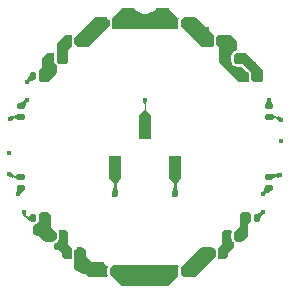
<source format=gbr>
%TF.GenerationSoftware,KiCad,Pcbnew,8.0.2-1*%
%TF.CreationDate,2025-01-26T22:20:59-08:00*%
%TF.ProjectId,Small_Pendant,536d616c-6c5f-4506-956e-64616e742e6b,rev?*%
%TF.SameCoordinates,Original*%
%TF.FileFunction,Copper,L4,Bot*%
%TF.FilePolarity,Positive*%
%FSLAX46Y46*%
G04 Gerber Fmt 4.6, Leading zero omitted, Abs format (unit mm)*
G04 Created by KiCad (PCBNEW 8.0.2-1) date 2025-01-26 22:20:59*
%MOMM*%
%LPD*%
G01*
G04 APERTURE LIST*
G04 Aperture macros list*
%AMRoundRect*
0 Rectangle with rounded corners*
0 $1 Rounding radius*
0 $2 $3 $4 $5 $6 $7 $8 $9 X,Y pos of 4 corners*
0 Add a 4 corners polygon primitive as box body*
4,1,4,$2,$3,$4,$5,$6,$7,$8,$9,$2,$3,0*
0 Add four circle primitives for the rounded corners*
1,1,$1+$1,$2,$3*
1,1,$1+$1,$4,$5*
1,1,$1+$1,$6,$7*
1,1,$1+$1,$8,$9*
0 Add four rect primitives between the rounded corners*
20,1,$1+$1,$2,$3,$4,$5,0*
20,1,$1+$1,$4,$5,$6,$7,0*
20,1,$1+$1,$6,$7,$8,$9,0*
20,1,$1+$1,$8,$9,$2,$3,0*%
G04 Aperture macros list end*
%TA.AperFunction,SMDPad,CuDef*%
%ADD10RoundRect,0.140000X-0.140000X-0.170000X0.140000X-0.170000X0.140000X0.170000X-0.140000X0.170000X0*%
%TD*%
%TA.AperFunction,SMDPad,CuDef*%
%ADD11R,1.000000X1.900000*%
%TD*%
%TA.AperFunction,SMDPad,CuDef*%
%ADD12RoundRect,0.140000X0.140000X0.170000X-0.140000X0.170000X-0.140000X-0.170000X0.140000X-0.170000X0*%
%TD*%
%TA.AperFunction,SMDPad,CuDef*%
%ADD13RoundRect,0.140000X0.170000X-0.140000X0.170000X0.140000X-0.170000X0.140000X-0.170000X-0.140000X0*%
%TD*%
%TA.AperFunction,ViaPad*%
%ADD14C,0.400000*%
%TD*%
%TA.AperFunction,ViaPad*%
%ADD15C,0.600000*%
%TD*%
%TA.AperFunction,Conductor*%
%ADD16C,0.250000*%
%TD*%
%TA.AperFunction,Conductor*%
%ADD17C,0.200000*%
%TD*%
%TA.AperFunction,Conductor*%
%ADD18C,0.100000*%
%TD*%
G04 APERTURE END LIST*
D10*
%TO.P,C18,1*%
%TO.N,+5V*%
X57020000Y-42500000D03*
%TO.P,C18,2*%
%TO.N,Earth*%
X57980000Y-42500000D03*
%TD*%
D11*
%TO.P,J1,1,Pin_1*%
%TO.N,Earth*%
X47460000Y-51650000D03*
%TO.P,J1,2,Pin_2*%
%TO.N,DATA_IN*%
X50000000Y-48350000D03*
%TO.P,J1,3,Pin_3*%
%TO.N,+5V*%
X52540000Y-51650000D03*
%TD*%
D10*
%TO.P,C17,1*%
%TO.N,+5V*%
X58520000Y-44000000D03*
%TO.P,C17,2*%
%TO.N,Earth*%
X59480000Y-44000000D03*
%TD*%
%TO.P,C4,1*%
%TO.N,+5V*%
X40520000Y-44000000D03*
%TO.P,C4,2*%
%TO.N,Earth*%
X41480000Y-44000000D03*
%TD*%
D12*
%TO.P,C1,1*%
%TO.N,+5V*%
X47480000Y-39500000D03*
%TO.P,C1,2*%
%TO.N,Earth*%
X46520000Y-39500000D03*
%TD*%
D13*
%TO.P,C5,1*%
%TO.N,+5V*%
X39500000Y-47480000D03*
%TO.P,C5,2*%
%TO.N,Earth*%
X39500000Y-46520000D03*
%TD*%
D12*
%TO.P,C3,1*%
%TO.N,+5V*%
X42980000Y-42500000D03*
%TO.P,C3,2*%
%TO.N,Earth*%
X42020000Y-42500000D03*
%TD*%
D10*
%TO.P,C8,1*%
%TO.N,+5V*%
X42020000Y-57500000D03*
%TO.P,C8,2*%
%TO.N,Earth*%
X42980000Y-57500000D03*
%TD*%
%TO.P,C14,1*%
%TO.N,+5V*%
X58520000Y-56000000D03*
%TO.P,C14,2*%
%TO.N,Earth*%
X59480000Y-56000000D03*
%TD*%
%TO.P,C12,1*%
%TO.N,+5V*%
X55520000Y-59000000D03*
%TO.P,C12,2*%
%TO.N,Earth*%
X56480000Y-59000000D03*
%TD*%
D12*
%TO.P,C11,1*%
%TO.N,+5V*%
X53480000Y-60500000D03*
%TO.P,C11,2*%
%TO.N,Earth*%
X52520000Y-60500000D03*
%TD*%
D13*
%TO.P,C16,1*%
%TO.N,+5V*%
X60500000Y-47480000D03*
%TO.P,C16,2*%
%TO.N,Earth*%
X60500000Y-46520000D03*
%TD*%
D10*
%TO.P,C20,1*%
%TO.N,+5V*%
X52520000Y-39500000D03*
%TO.P,C20,2*%
%TO.N,Earth*%
X53480000Y-39500000D03*
%TD*%
D12*
%TO.P,C9,1*%
%TO.N,+5V*%
X44480000Y-59000000D03*
%TO.P,C9,2*%
%TO.N,Earth*%
X43520000Y-59000000D03*
%TD*%
D10*
%TO.P,C2,1*%
%TO.N,+5V*%
X43520000Y-41000000D03*
%TO.P,C2,2*%
%TO.N,Earth*%
X44480000Y-41000000D03*
%TD*%
D12*
%TO.P,C13,1*%
%TO.N,+5V*%
X57980000Y-57500000D03*
%TO.P,C13,2*%
%TO.N,Earth*%
X57020000Y-57500000D03*
%TD*%
D13*
%TO.P,C15,1*%
%TO.N,+5V*%
X60500000Y-53480000D03*
%TO.P,C15,2*%
%TO.N,Earth*%
X60500000Y-52520000D03*
%TD*%
D10*
%TO.P,C10,1*%
%TO.N,+5V*%
X46520000Y-60500000D03*
%TO.P,C10,2*%
%TO.N,Earth*%
X47480000Y-60500000D03*
%TD*%
D12*
%TO.P,C7,1*%
%TO.N,+5V*%
X41480000Y-56000000D03*
%TO.P,C7,2*%
%TO.N,Earth*%
X40520000Y-56000000D03*
%TD*%
%TO.P,C19,1*%
%TO.N,+5V*%
X56480000Y-41000000D03*
%TO.P,C19,2*%
%TO.N,Earth*%
X55520000Y-41000000D03*
%TD*%
D13*
%TO.P,C6,1*%
%TO.N,+5V*%
X39500000Y-53480000D03*
%TO.P,C6,2*%
%TO.N,Earth*%
X39500000Y-52520000D03*
%TD*%
D14*
%TO.N,+5V*%
X38600000Y-47600000D03*
X40750000Y-57000000D03*
X54000000Y-60000000D03*
X57500000Y-41500000D03*
X58500000Y-57000000D03*
X44250000Y-60000000D03*
X45750000Y-60000000D03*
X61500000Y-47750000D03*
X48500000Y-38500000D03*
X40000000Y-44500000D03*
X38500000Y-50500000D03*
X60000000Y-54000000D03*
X51500000Y-38500000D03*
X43000000Y-41500000D03*
X39250000Y-54000000D03*
D15*
X52540000Y-54000000D03*
D14*
%TO.N,DATA_IN*%
X50000000Y-46000000D03*
%TO.N,Earth*%
X54000000Y-40000000D03*
X59250000Y-43000000D03*
X60000000Y-55500000D03*
X60500000Y-46000000D03*
X50000000Y-61500000D03*
X55250000Y-40000000D03*
X42500000Y-58400000D03*
X46000000Y-40000000D03*
X48500000Y-61500000D03*
X38500000Y-52250000D03*
X57000000Y-58500000D03*
X39750000Y-55500000D03*
X41500000Y-43000000D03*
X51750000Y-61500000D03*
X40000000Y-46000000D03*
X61500000Y-49500000D03*
X61400000Y-52400000D03*
D15*
X47460000Y-54000000D03*
%TD*%
D16*
%TO.N,+5V*%
X52540000Y-54000000D02*
X52540000Y-51650000D01*
D17*
X39250000Y-54000000D02*
X39404540Y-53845459D01*
X61365000Y-47615000D02*
X61500000Y-47750000D01*
X61039081Y-47480000D02*
X60500000Y-47480000D01*
X40000000Y-44500000D02*
X40492928Y-44007071D01*
X38804852Y-47480000D02*
X39500000Y-47480000D01*
X38660000Y-47540000D02*
X38600000Y-47600000D01*
X60000000Y-54000000D02*
X60492928Y-53507071D01*
X61365000Y-47615000D02*
G75*
G03*
X61039081Y-47480008I-325900J-325900D01*
G01*
X38660000Y-47540000D02*
G75*
G02*
X38804852Y-47480022I144800J-144800D01*
G01*
X39404540Y-53845459D02*
G75*
G03*
X39500005Y-53615000I-230440J230459D01*
G01*
D18*
%TO.N,DATA_IN*%
X50000000Y-46000000D02*
X50000000Y-48350000D01*
D17*
%TO.N,Earth*%
X40176776Y-56000000D02*
X40520000Y-56000000D01*
X39992928Y-46027071D02*
X39500000Y-46520000D01*
D16*
X47460000Y-54000000D02*
X47460000Y-51650000D01*
D17*
X39875000Y-55875000D02*
X39838388Y-55838388D01*
X38960918Y-52520000D02*
X39500000Y-52520000D01*
X60500000Y-46000000D02*
X60500000Y-46520000D01*
X61400000Y-52400000D02*
X60704852Y-52400000D01*
X60000000Y-55500000D02*
X59507071Y-55992928D01*
X40000000Y-46000000D02*
X40000000Y-46010000D01*
X38635000Y-52385000D02*
X38500000Y-52250000D01*
X39750000Y-55500000D02*
X39750000Y-55625000D01*
X39875000Y-55875000D02*
G75*
G03*
X40176776Y-56000010I301800J301800D01*
G01*
X38635000Y-52385000D02*
G75*
G03*
X38960918Y-52519992I325900J325900D01*
G01*
X39992928Y-46027071D02*
G75*
G03*
X40000012Y-46010000I-17028J17071D01*
G01*
X39750000Y-55625000D02*
G75*
G03*
X39838383Y-55838393I301800J0D01*
G01*
%TD*%
%TA.AperFunction,Conductor*%
%TO.N,+5V*%
G36*
X40250038Y-43884564D02*
G01*
X40515390Y-43997039D01*
X40521669Y-44003422D01*
X40522151Y-44004885D01*
X40598408Y-44300231D01*
X40597159Y-44309098D01*
X40591640Y-44313931D01*
X40140958Y-44504650D01*
X40132003Y-44504718D01*
X40128125Y-44502148D01*
X39998289Y-44372312D01*
X39994862Y-44364039D01*
X39996136Y-44358730D01*
X40235048Y-43890022D01*
X40241858Y-43884208D01*
X40250038Y-43884564D01*
G37*
%TD.AperFunction*%
%TD*%
%TA.AperFunction,Conductor*%
%TO.N,Earth*%
G36*
X60675411Y-46072607D02*
G01*
X60681713Y-46078967D01*
X60682201Y-46086361D01*
X60602289Y-46391266D01*
X60596876Y-46398400D01*
X60590971Y-46400000D01*
X60409029Y-46400000D01*
X60400756Y-46396573D01*
X60397711Y-46391266D01*
X60389856Y-46361298D01*
X60317798Y-46086359D01*
X60319016Y-46077490D01*
X60324586Y-46072608D01*
X60495474Y-46000898D01*
X60504428Y-46000858D01*
X60675411Y-46072607D01*
G37*
%TD.AperFunction*%
%TD*%
%TA.AperFunction,Conductor*%
%TO.N,Earth*%
G36*
X54265677Y-39019685D02*
G01*
X54286319Y-39036319D01*
X55794589Y-40544589D01*
X55828074Y-40605912D01*
X55823510Y-40669723D01*
X55824725Y-40670080D01*
X55803326Y-40742956D01*
X55803324Y-40742963D01*
X55794999Y-40800864D01*
X55794999Y-41199147D01*
X55796177Y-41221132D01*
X55799010Y-41247466D01*
X55799010Y-41247468D01*
X55799011Y-41247471D01*
X55822970Y-41323981D01*
X55822971Y-41323983D01*
X55824791Y-41329794D01*
X55822304Y-41330572D01*
X55829070Y-41388738D01*
X55798339Y-41451487D01*
X55794540Y-41455459D01*
X55786324Y-41463676D01*
X55725002Y-41497165D01*
X55698637Y-41500000D01*
X54801362Y-41500000D01*
X54734323Y-41480315D01*
X54713681Y-41463681D01*
X53036818Y-39786818D01*
X53003333Y-39725495D01*
X53000499Y-39699146D01*
X53000499Y-39300861D01*
X53020184Y-39233823D01*
X53036813Y-39213186D01*
X53213681Y-39036319D01*
X53275004Y-39002834D01*
X53301362Y-39000000D01*
X54198638Y-39000000D01*
X54265677Y-39019685D01*
G37*
%TD.AperFunction*%
%TD*%
%TA.AperFunction,Conductor*%
%TO.N,Earth*%
G36*
X42237539Y-42019685D02*
G01*
X42283294Y-42072489D01*
X42294500Y-42124000D01*
X42294500Y-42278402D01*
X42294611Y-42285211D01*
X42294909Y-42294287D01*
X42294887Y-42294287D01*
X42294999Y-42298822D01*
X42294999Y-42699147D01*
X42296177Y-42721132D01*
X42299010Y-42747466D01*
X42299010Y-42747468D01*
X42322971Y-42823983D01*
X42356457Y-42885307D01*
X42391497Y-42932114D01*
X42391501Y-42932118D01*
X42391508Y-42932128D01*
X42391515Y-42932135D01*
X42463681Y-43004301D01*
X42497166Y-43065624D01*
X42500000Y-43091982D01*
X42500000Y-43698638D01*
X42480315Y-43765677D01*
X42463681Y-43786319D01*
X41786319Y-44463681D01*
X41724996Y-44497166D01*
X41698638Y-44500000D01*
X41301362Y-44500000D01*
X41234323Y-44480315D01*
X41213681Y-44463681D01*
X41036818Y-44286818D01*
X41003333Y-44225495D01*
X41000499Y-44199146D01*
X41000499Y-43790100D01*
X41000499Y-43790098D01*
X41000266Y-43786545D01*
X41000000Y-43778432D01*
X41000000Y-43551362D01*
X41019685Y-43484323D01*
X41036319Y-43463681D01*
X41250000Y-43250000D01*
X41250000Y-42551362D01*
X41269685Y-42484323D01*
X41286319Y-42463681D01*
X41713681Y-42036319D01*
X41775004Y-42002834D01*
X41801362Y-42000000D01*
X42170500Y-42000000D01*
X42237539Y-42019685D01*
G37*
%TD.AperFunction*%
%TD*%
%TA.AperFunction,Conductor*%
%TO.N,Earth*%
G36*
X39825040Y-45927476D02*
G01*
X39996162Y-45997435D01*
X40002523Y-46003738D01*
X40002564Y-46003837D01*
X40072844Y-46175743D01*
X40072803Y-46184698D01*
X40068314Y-46190030D01*
X39807781Y-46356500D01*
X39798964Y-46358067D01*
X39793208Y-46354914D01*
X39664541Y-46226247D01*
X39661114Y-46217974D01*
X39662469Y-46212510D01*
X39810269Y-45932837D01*
X39817163Y-45927126D01*
X39825040Y-45927476D01*
G37*
%TD.AperFunction*%
%TD*%
%TA.AperFunction,Conductor*%
%TO.N,DATA_IN*%
G36*
X50004459Y-46000871D02*
G01*
X50167543Y-46069305D01*
X50174014Y-46072021D01*
X50180317Y-46078383D01*
X50180287Y-46087310D01*
X50053000Y-46392800D01*
X50046655Y-46399119D01*
X50042200Y-46400000D01*
X49957800Y-46400000D01*
X49949527Y-46396573D01*
X49947000Y-46392800D01*
X49819711Y-46087308D01*
X49819693Y-46078355D01*
X49825984Y-46072021D01*
X49995474Y-46000898D01*
X50004427Y-46000858D01*
X50004459Y-46000871D01*
G37*
%TD.AperFunction*%
%TD*%
%TA.AperFunction,Conductor*%
%TO.N,+5V*%
G36*
X39506194Y-53487676D02*
G01*
X39598132Y-53628138D01*
X39677133Y-53748833D01*
X39678797Y-53757632D01*
X39674935Y-53764144D01*
X39359826Y-54032807D01*
X39351307Y-54035567D01*
X39343963Y-54032177D01*
X39213261Y-53901476D01*
X39209867Y-53894052D01*
X39190589Y-53628135D01*
X39193408Y-53619639D01*
X39197428Y-53616636D01*
X39491580Y-53483425D01*
X39500528Y-53483135D01*
X39506194Y-53487676D01*
G37*
%TD.AperFunction*%
%TD*%
%TA.AperFunction,Conductor*%
%TO.N,Earth*%
G36*
X57265677Y-57019685D02*
G01*
X57286319Y-57036319D01*
X57294589Y-57044589D01*
X57328074Y-57105912D01*
X57323510Y-57169723D01*
X57324725Y-57170080D01*
X57303326Y-57242956D01*
X57303324Y-57242963D01*
X57294999Y-57300864D01*
X57294999Y-57699147D01*
X57296177Y-57721132D01*
X57299010Y-57747466D01*
X57299010Y-57747468D01*
X57322971Y-57823983D01*
X57356457Y-57885307D01*
X57391497Y-57932114D01*
X57391501Y-57932118D01*
X57391508Y-57932128D01*
X57391515Y-57932135D01*
X57463681Y-58004301D01*
X57497166Y-58065624D01*
X57500000Y-58091982D01*
X57500000Y-58448638D01*
X57480315Y-58515677D01*
X57463681Y-58536319D01*
X57000000Y-58999999D01*
X57000000Y-59198638D01*
X56980315Y-59265677D01*
X56963681Y-59286319D01*
X56786319Y-59463681D01*
X56724996Y-59497166D01*
X56698638Y-59500000D01*
X56301362Y-59500000D01*
X56234323Y-59480315D01*
X56213681Y-59463681D01*
X56205409Y-59455409D01*
X56171924Y-59394086D01*
X56176487Y-59330275D01*
X56175274Y-59329919D01*
X56196673Y-59257042D01*
X56196673Y-59257041D01*
X56196675Y-59257035D01*
X56205000Y-59199137D01*
X56205000Y-58800862D01*
X56203822Y-58778893D01*
X56200988Y-58752535D01*
X56177029Y-58676018D01*
X56177028Y-58676017D01*
X56175209Y-58670206D01*
X56177700Y-58669425D01*
X56170923Y-58611294D01*
X56201636Y-58548536D01*
X56205398Y-58544601D01*
X56500000Y-58250000D01*
X56500000Y-57301362D01*
X56519685Y-57234323D01*
X56536319Y-57213681D01*
X56713681Y-57036319D01*
X56775004Y-57002834D01*
X56801362Y-57000000D01*
X57198638Y-57000000D01*
X57265677Y-57019685D01*
G37*
%TD.AperFunction*%
%TD*%
%TA.AperFunction,Conductor*%
%TO.N,Earth*%
G36*
X47465445Y-51663786D02*
G01*
X47470356Y-51668697D01*
X47956557Y-52593452D01*
X47957374Y-52602370D01*
X47955561Y-52605917D01*
X47588510Y-53095320D01*
X47580805Y-53099882D01*
X47579150Y-53100000D01*
X47340850Y-53100000D01*
X47332577Y-53096573D01*
X47331490Y-53095320D01*
X46964438Y-52605917D01*
X46962216Y-52597242D01*
X46963440Y-52593455D01*
X47449644Y-51668696D01*
X47456527Y-51662969D01*
X47465445Y-51663786D01*
G37*
%TD.AperFunction*%
%TD*%
%TA.AperFunction,Conductor*%
%TO.N,Earth*%
G36*
X38647938Y-52118593D02*
G01*
X38649325Y-52120282D01*
X38833993Y-52393722D01*
X38835783Y-52402496D01*
X38835598Y-52403298D01*
X38788729Y-52578235D01*
X38783278Y-52585339D01*
X38774400Y-52586508D01*
X38772781Y-52585945D01*
X38433980Y-52439327D01*
X38427749Y-52432896D01*
X38427795Y-52424166D01*
X38498135Y-52251944D01*
X38500723Y-52248067D01*
X38631393Y-52118520D01*
X38639679Y-52115130D01*
X38647938Y-52118593D01*
G37*
%TD.AperFunction*%
%TD*%
%TA.AperFunction,Conductor*%
%TO.N,Earth*%
G36*
X52765677Y-60019685D02*
G01*
X52786319Y-60036319D01*
X52794589Y-60044589D01*
X52828074Y-60105912D01*
X52823510Y-60169723D01*
X52824725Y-60170080D01*
X52823009Y-60175925D01*
X52803324Y-60242963D01*
X52796547Y-60290099D01*
X52794999Y-60300862D01*
X52794999Y-60699147D01*
X52796177Y-60721132D01*
X52799010Y-60747466D01*
X52799010Y-60747468D01*
X52799011Y-60747471D01*
X52822970Y-60823981D01*
X52822971Y-60823983D01*
X52824791Y-60829794D01*
X52822304Y-60830572D01*
X52829070Y-60888738D01*
X52798339Y-60951487D01*
X52794534Y-60955464D01*
X52036319Y-61713681D01*
X51974996Y-61747166D01*
X51948638Y-61750000D01*
X48051362Y-61750000D01*
X47984323Y-61730315D01*
X47963681Y-61713681D01*
X47036818Y-60786818D01*
X47003333Y-60725495D01*
X47000499Y-60699146D01*
X47000499Y-60300861D01*
X47020184Y-60233823D01*
X47036813Y-60213186D01*
X47213681Y-60036319D01*
X47275004Y-60002834D01*
X47301362Y-60000000D01*
X52698638Y-60000000D01*
X52765677Y-60019685D01*
G37*
%TD.AperFunction*%
%TD*%
%TA.AperFunction,Conductor*%
%TO.N,+5V*%
G36*
X60495115Y-53477849D02*
G01*
X60502268Y-53483234D01*
X60502961Y-53484610D01*
X60615435Y-53749961D01*
X60615509Y-53758915D01*
X60609976Y-53764951D01*
X60141273Y-54003861D01*
X60132346Y-54004565D01*
X60127687Y-54001710D01*
X59997850Y-53871874D01*
X59994423Y-53863601D01*
X59995346Y-53859046D01*
X60186069Y-53408357D01*
X60192448Y-53402076D01*
X60199768Y-53401591D01*
X60495115Y-53477849D01*
G37*
%TD.AperFunction*%
%TD*%
%TA.AperFunction,Conductor*%
%TO.N,Earth*%
G36*
X43265677Y-57019685D02*
G01*
X43286319Y-57036319D01*
X43463681Y-57213681D01*
X43497166Y-57275004D01*
X43500000Y-57301362D01*
X43500000Y-58250000D01*
X43794588Y-58544588D01*
X43828073Y-58605911D01*
X43823509Y-58669726D01*
X43824723Y-58670083D01*
X43803324Y-58742960D01*
X43803321Y-58742972D01*
X43794999Y-58800861D01*
X43794999Y-59201205D01*
X43794887Y-59205794D01*
X43794907Y-59205795D01*
X43794608Y-59214915D01*
X43794500Y-59221564D01*
X43794500Y-59376000D01*
X43774815Y-59443039D01*
X43722011Y-59488794D01*
X43670500Y-59500000D01*
X43301362Y-59500000D01*
X43234323Y-59480315D01*
X43213681Y-59463681D01*
X43036319Y-59286319D01*
X43002834Y-59224996D01*
X43000000Y-59198638D01*
X43000000Y-59000000D01*
X42750000Y-58750000D01*
X42551362Y-58750000D01*
X42484323Y-58730315D01*
X42463681Y-58713681D01*
X42286319Y-58536319D01*
X42252834Y-58474996D01*
X42250000Y-58448638D01*
X42250000Y-58311770D01*
X42269685Y-58244731D01*
X42287276Y-58223142D01*
X42292218Y-58218305D01*
X42334793Y-58176648D01*
X42362079Y-58156453D01*
X42384805Y-58144044D01*
X42431630Y-58108991D01*
X42608492Y-57932128D01*
X42623193Y-57915761D01*
X42639827Y-57895119D01*
X42676990Y-57824074D01*
X42696675Y-57757035D01*
X42705000Y-57699137D01*
X42705000Y-57300862D01*
X42703822Y-57278893D01*
X42700988Y-57252535D01*
X42677029Y-57176018D01*
X42677028Y-57176017D01*
X42675209Y-57170206D01*
X42677709Y-57169423D01*
X42670915Y-57111342D01*
X42701604Y-57048573D01*
X42705430Y-57044569D01*
X42713692Y-57036308D01*
X42775020Y-57002831D01*
X42801363Y-57000000D01*
X43198638Y-57000000D01*
X43265677Y-57019685D01*
G37*
%TD.AperFunction*%
%TD*%
%TA.AperFunction,Conductor*%
%TO.N,Earth*%
G36*
X46765677Y-39019685D02*
G01*
X46786319Y-39036319D01*
X46963181Y-39213181D01*
X46996666Y-39274504D01*
X46999500Y-39300862D01*
X46999500Y-39699137D01*
X46979815Y-39766176D01*
X46963181Y-39786818D01*
X45286319Y-41463681D01*
X45224996Y-41497166D01*
X45198638Y-41500000D01*
X44301362Y-41500000D01*
X44234323Y-41480315D01*
X44213681Y-41463681D01*
X44036818Y-41286818D01*
X44003333Y-41225495D01*
X44000499Y-41199146D01*
X44000499Y-40800861D01*
X44020184Y-40733823D01*
X44036813Y-40713186D01*
X45713681Y-39036319D01*
X45775004Y-39002834D01*
X45801362Y-39000000D01*
X46698638Y-39000000D01*
X46765677Y-39019685D01*
G37*
%TD.AperFunction*%
%TD*%
%TA.AperFunction,Conductor*%
%TO.N,DATA_IN*%
G36*
X50053062Y-46903427D02*
G01*
X50053486Y-46903873D01*
X50494548Y-47393942D01*
X50497535Y-47402384D01*
X50496207Y-47407214D01*
X50010356Y-48331302D01*
X50003473Y-48337030D01*
X49994555Y-48336213D01*
X49989644Y-48331302D01*
X49817345Y-48003590D01*
X49503791Y-47407212D01*
X49502975Y-47398296D01*
X49505448Y-47393945D01*
X49946514Y-46903872D01*
X49954596Y-46900016D01*
X49955211Y-46900000D01*
X50044789Y-46900000D01*
X50053062Y-46903427D01*
G37*
%TD.AperFunction*%
%TD*%
%TA.AperFunction,Conductor*%
%TO.N,+5V*%
G36*
X52545445Y-51663786D02*
G01*
X52550356Y-51668697D01*
X53036557Y-52593452D01*
X53037374Y-52602370D01*
X53035561Y-52605917D01*
X52668510Y-53095320D01*
X52660805Y-53099882D01*
X52659150Y-53100000D01*
X52420850Y-53100000D01*
X52412577Y-53096573D01*
X52411490Y-53095320D01*
X52044438Y-52605917D01*
X52042216Y-52597242D01*
X52043440Y-52593455D01*
X52529644Y-51668696D01*
X52536527Y-51662969D01*
X52545445Y-51663786D01*
G37*
%TD.AperFunction*%
%TD*%
%TA.AperFunction,Conductor*%
%TO.N,+5V*%
G36*
X60218514Y-53652830D02*
G01*
X60347168Y-53781485D01*
X60350595Y-53789758D01*
X60348995Y-53795663D01*
X60189902Y-54067768D01*
X60182768Y-54073181D01*
X60175374Y-54072693D01*
X60003837Y-54002564D01*
X59997476Y-53996261D01*
X59997435Y-53996162D01*
X59927306Y-53824625D01*
X59927347Y-53815670D01*
X59932229Y-53810098D01*
X60204339Y-53651002D01*
X60213207Y-53649785D01*
X60218514Y-53652830D01*
G37*
%TD.AperFunction*%
%TD*%
%TA.AperFunction,Conductor*%
%TO.N,+5V*%
G36*
X49067315Y-38269685D02*
G01*
X49099229Y-38299272D01*
X49103697Y-38305189D01*
X49109020Y-38312238D01*
X49273437Y-38462123D01*
X49273439Y-38462125D01*
X49462595Y-38579245D01*
X49462596Y-38579245D01*
X49462599Y-38579247D01*
X49670060Y-38659618D01*
X49888757Y-38700500D01*
X49888759Y-38700500D01*
X50111241Y-38700500D01*
X50111243Y-38700500D01*
X50329940Y-38659618D01*
X50537401Y-38579247D01*
X50726562Y-38462124D01*
X50890981Y-38312236D01*
X50900769Y-38299273D01*
X50956877Y-38257638D01*
X50999724Y-38250000D01*
X51948638Y-38250000D01*
X52015677Y-38269685D01*
X52036319Y-38286319D01*
X52794589Y-39044589D01*
X52828074Y-39105912D01*
X52823510Y-39169723D01*
X52824725Y-39170080D01*
X52806209Y-39233139D01*
X52803324Y-39242963D01*
X52798160Y-39278881D01*
X52794999Y-39300864D01*
X52794999Y-39699147D01*
X52796177Y-39721132D01*
X52799010Y-39747466D01*
X52799010Y-39747468D01*
X52799011Y-39747471D01*
X52822970Y-39823981D01*
X52822971Y-39823983D01*
X52824791Y-39829794D01*
X52822304Y-39830572D01*
X52829070Y-39888738D01*
X52798339Y-39951487D01*
X52794540Y-39955459D01*
X52786324Y-39963676D01*
X52725002Y-39997165D01*
X52698637Y-40000000D01*
X47301362Y-40000000D01*
X47234323Y-39980315D01*
X47213681Y-39963681D01*
X47205409Y-39955409D01*
X47171924Y-39894086D01*
X47176487Y-39830275D01*
X47175274Y-39829919D01*
X47196673Y-39757042D01*
X47196673Y-39757041D01*
X47196675Y-39757035D01*
X47205000Y-39699137D01*
X47205000Y-39300862D01*
X47203822Y-39278893D01*
X47200988Y-39252535D01*
X47177029Y-39176018D01*
X47177028Y-39176017D01*
X47175209Y-39170206D01*
X47177700Y-39169425D01*
X47170923Y-39111294D01*
X47201636Y-39048536D01*
X47205420Y-39044580D01*
X47963681Y-38286319D01*
X48025004Y-38252834D01*
X48051362Y-38250000D01*
X49000276Y-38250000D01*
X49067315Y-38269685D01*
G37*
%TD.AperFunction*%
%TD*%
%TA.AperFunction,Conductor*%
%TO.N,Earth*%
G36*
X39937789Y-55499956D02*
G01*
X39946048Y-55503412D01*
X39949446Y-55511697D01*
X39949433Y-55512199D01*
X39936512Y-55790355D01*
X39933098Y-55798085D01*
X39805180Y-55926003D01*
X39796907Y-55929430D01*
X39788634Y-55926003D01*
X39787045Y-55924025D01*
X39572698Y-55588245D01*
X39571135Y-55579428D01*
X39576265Y-55572088D01*
X39578025Y-55571164D01*
X39747104Y-55500211D01*
X39751668Y-55499301D01*
X39937789Y-55499956D01*
G37*
%TD.AperFunction*%
%TD*%
%TA.AperFunction,Conductor*%
%TO.N,+5V*%
G36*
X60731972Y-47215133D02*
G01*
X61034922Y-47376639D01*
X61040610Y-47383554D01*
X61041115Y-47387219D01*
X61037038Y-47573173D01*
X61033431Y-47581370D01*
X61030905Y-47583209D01*
X60731996Y-47744791D01*
X60723088Y-47745711D01*
X60717446Y-47741991D01*
X60505248Y-47487472D01*
X60502582Y-47478923D01*
X60505248Y-47472487D01*
X60579405Y-47383554D01*
X60717483Y-47217963D01*
X60725412Y-47213805D01*
X60731972Y-47215133D01*
G37*
%TD.AperFunction*%
%TD*%
%TA.AperFunction,Conductor*%
%TO.N,+5V*%
G36*
X39394533Y-53681543D02*
G01*
X39569786Y-53728504D01*
X39576891Y-53733955D01*
X39578059Y-53742833D01*
X39577507Y-53744425D01*
X39439312Y-54065981D01*
X39432897Y-54072229D01*
X39424139Y-54072192D01*
X39254279Y-54002818D01*
X39247916Y-53996518D01*
X39247880Y-53996432D01*
X39177215Y-53824361D01*
X39177242Y-53815406D01*
X39181841Y-53809993D01*
X39385351Y-53682929D01*
X39394180Y-53681455D01*
X39394533Y-53681543D01*
G37*
%TD.AperFunction*%
%TD*%
%TA.AperFunction,Conductor*%
%TO.N,+5V*%
G36*
X41765677Y-55519685D02*
G01*
X41786319Y-55536319D01*
X41963681Y-55713681D01*
X41997166Y-55775004D01*
X42000000Y-55801362D01*
X42000000Y-56750000D01*
X42463181Y-57213181D01*
X42496666Y-57274504D01*
X42499500Y-57300862D01*
X42499500Y-57699137D01*
X42479815Y-57766176D01*
X42463181Y-57786818D01*
X42286319Y-57963681D01*
X42224996Y-57997166D01*
X42198638Y-58000000D01*
X41551362Y-58000000D01*
X41484323Y-57980315D01*
X41463681Y-57963681D01*
X41000000Y-57500000D01*
X40801362Y-57500000D01*
X40734323Y-57480315D01*
X40713681Y-57463681D01*
X40536319Y-57286319D01*
X40502834Y-57224996D01*
X40500000Y-57198638D01*
X40500000Y-56801361D01*
X40519685Y-56734322D01*
X40536314Y-56713685D01*
X40727549Y-56522450D01*
X40762817Y-56497756D01*
X40858316Y-56453224D01*
X40943224Y-56368316D01*
X40987752Y-56272825D01*
X40994588Y-56263063D01*
X41000000Y-56250001D01*
X41000000Y-56221590D01*
X41000265Y-56213481D01*
X41000497Y-56209921D01*
X41000500Y-56209901D01*
X41000499Y-55800861D01*
X41020183Y-55733823D01*
X41036813Y-55713186D01*
X41213681Y-55536319D01*
X41275004Y-55502834D01*
X41301362Y-55500000D01*
X41698638Y-55500000D01*
X41765677Y-55519685D01*
G37*
%TD.AperFunction*%
%TD*%
%TA.AperFunction,Conductor*%
%TO.N,+5V*%
G36*
X57265677Y-40519685D02*
G01*
X57286319Y-40536319D01*
X57713681Y-40963681D01*
X57747166Y-41025004D01*
X57750000Y-41051362D01*
X57750000Y-41709205D01*
X57730315Y-41776244D01*
X57681373Y-41818652D01*
X57681864Y-41819551D01*
X57677732Y-41821806D01*
X57677511Y-41821999D01*
X57676835Y-41822296D01*
X57615200Y-41855952D01*
X57615192Y-41855957D01*
X57568378Y-41891001D01*
X57568360Y-41891017D01*
X57391516Y-42067861D01*
X57391469Y-42067911D01*
X57376811Y-42084229D01*
X57376803Y-42084239D01*
X57360166Y-42104886D01*
X57360165Y-42104888D01*
X57323008Y-42175926D01*
X57303326Y-42242956D01*
X57303324Y-42242963D01*
X57294999Y-42300864D01*
X57294999Y-42699147D01*
X57296177Y-42721132D01*
X57299010Y-42747466D01*
X57299010Y-42747468D01*
X57322971Y-42823983D01*
X57356457Y-42885307D01*
X57391497Y-42932114D01*
X57391501Y-42932118D01*
X57391508Y-42932128D01*
X57391515Y-42932135D01*
X57568365Y-43108986D01*
X57568366Y-43108987D01*
X57584716Y-43123674D01*
X57584730Y-43123686D01*
X57584738Y-43123693D01*
X57593136Y-43130460D01*
X57605379Y-43140327D01*
X57676424Y-43177490D01*
X57743456Y-43197173D01*
X57743458Y-43197173D01*
X57743464Y-43197175D01*
X57801362Y-43205500D01*
X58113518Y-43205500D01*
X58180557Y-43225185D01*
X58201199Y-43241819D01*
X58582234Y-43622854D01*
X58582242Y-43622861D01*
X58582251Y-43622869D01*
X58609661Y-43645869D01*
X58609673Y-43645879D01*
X58644949Y-43670580D01*
X58675971Y-43688491D01*
X58718815Y-43708470D01*
X58754090Y-43733170D01*
X58756828Y-43735908D01*
X58781526Y-43771178D01*
X58783378Y-43775149D01*
X58794999Y-43827560D01*
X58794999Y-44199147D01*
X58796177Y-44221132D01*
X58799010Y-44247466D01*
X58799010Y-44247468D01*
X58799011Y-44247471D01*
X58822970Y-44323981D01*
X58822971Y-44323983D01*
X58824791Y-44329794D01*
X58822304Y-44330572D01*
X58829070Y-44388738D01*
X58798339Y-44451487D01*
X58794540Y-44455459D01*
X58786324Y-44463676D01*
X58725002Y-44497165D01*
X58698637Y-44500000D01*
X58051362Y-44500000D01*
X57984323Y-44480315D01*
X57963681Y-44463681D01*
X56286319Y-42786319D01*
X56252834Y-42724996D01*
X56250000Y-42698638D01*
X56250000Y-41500000D01*
X56036818Y-41286818D01*
X56003333Y-41225495D01*
X56000499Y-41199146D01*
X56000499Y-40800861D01*
X56020184Y-40733823D01*
X56036813Y-40713186D01*
X56213681Y-40536319D01*
X56275004Y-40502834D01*
X56301362Y-40500000D01*
X57198638Y-40500000D01*
X57265677Y-40519685D01*
G37*
%TD.AperFunction*%
%TD*%
%TA.AperFunction,Conductor*%
%TO.N,Earth*%
G36*
X59871874Y-55497850D02*
G01*
X60001710Y-55627687D01*
X60005137Y-55635960D01*
X60003861Y-55641273D01*
X59764951Y-56109975D01*
X59758141Y-56115790D01*
X59749961Y-56115434D01*
X59556315Y-56033354D01*
X59484609Y-56002960D01*
X59478330Y-55996578D01*
X59477852Y-55995126D01*
X59401591Y-55699767D01*
X59402840Y-55690901D01*
X59408357Y-55686069D01*
X59859044Y-55495347D01*
X59867996Y-55495280D01*
X59871874Y-55497850D01*
G37*
%TD.AperFunction*%
%TD*%
%TA.AperFunction,Conductor*%
%TO.N,+5V*%
G36*
X55765677Y-58519685D02*
G01*
X55786319Y-58536319D01*
X55963181Y-58713181D01*
X55996666Y-58774504D01*
X55999500Y-58800862D01*
X55999500Y-59199137D01*
X55979815Y-59266176D01*
X55963181Y-59286818D01*
X55750000Y-59500000D01*
X54286319Y-60963681D01*
X54224996Y-60997166D01*
X54198638Y-61000000D01*
X53301362Y-61000000D01*
X53234323Y-60980315D01*
X53213681Y-60963681D01*
X53036818Y-60786818D01*
X53003333Y-60725495D01*
X53000499Y-60699146D01*
X53000499Y-60300861D01*
X53020184Y-60233823D01*
X53036813Y-60213186D01*
X53250000Y-60000000D01*
X54713681Y-58536319D01*
X54775004Y-58502834D01*
X54801362Y-58500000D01*
X55698638Y-58500000D01*
X55765677Y-58519685D01*
G37*
%TD.AperFunction*%
%TD*%
%TA.AperFunction,Conductor*%
%TO.N,+5V*%
G36*
X44765677Y-58519685D02*
G01*
X44786319Y-58536319D01*
X44963681Y-58713681D01*
X44997166Y-58775004D01*
X45000000Y-58801362D01*
X45000000Y-59250000D01*
X45500000Y-59750000D01*
X46448638Y-59750000D01*
X46515677Y-59769685D01*
X46536319Y-59786319D01*
X46794589Y-60044589D01*
X46828074Y-60105912D01*
X46823510Y-60169723D01*
X46824725Y-60170080D01*
X46803326Y-60242956D01*
X46803324Y-60242963D01*
X46794999Y-60300864D01*
X46794999Y-60699147D01*
X46796177Y-60721132D01*
X46799010Y-60747466D01*
X46799010Y-60747468D01*
X46799011Y-60747471D01*
X46822970Y-60823981D01*
X46822971Y-60823983D01*
X46824791Y-60829794D01*
X46822304Y-60830572D01*
X46829070Y-60888738D01*
X46798339Y-60951487D01*
X46794540Y-60955459D01*
X46786324Y-60963676D01*
X46725002Y-60997165D01*
X46698637Y-61000000D01*
X46250000Y-61000000D01*
X45322248Y-61000000D01*
X45270634Y-60988747D01*
X45232114Y-60971113D01*
X45196047Y-60946047D01*
X45000000Y-60750000D01*
X44776121Y-60750000D01*
X44724507Y-60738747D01*
X44713740Y-60733818D01*
X44707383Y-60730685D01*
X44242629Y-60484856D01*
X44212926Y-60462926D01*
X44036319Y-60286319D01*
X44002834Y-60224996D01*
X44000000Y-60198638D01*
X44000000Y-59221590D01*
X44000265Y-59213481D01*
X44000497Y-59209921D01*
X44000500Y-59209901D01*
X44000499Y-58800861D01*
X44020183Y-58733823D01*
X44036813Y-58713186D01*
X44213681Y-58536319D01*
X44275004Y-58502834D01*
X44301362Y-58500000D01*
X44698638Y-58500000D01*
X44765677Y-58519685D01*
G37*
%TD.AperFunction*%
%TD*%
%TA.AperFunction,Conductor*%
%TO.N,Earth*%
G36*
X58515677Y-42019685D02*
G01*
X58536319Y-42036319D01*
X59963681Y-43463681D01*
X59997166Y-43525004D01*
X60000000Y-43551362D01*
X60000000Y-44198638D01*
X59980315Y-44265677D01*
X59963681Y-44286319D01*
X59786319Y-44463681D01*
X59724996Y-44497166D01*
X59698638Y-44500000D01*
X59301362Y-44500000D01*
X59234323Y-44480315D01*
X59213681Y-44463681D01*
X59036818Y-44286818D01*
X59003333Y-44225495D01*
X59000499Y-44199146D01*
X59000499Y-43790100D01*
X59000499Y-43790098D01*
X59000266Y-43786545D01*
X59000000Y-43778432D01*
X59000000Y-43750000D01*
X58994591Y-43736944D01*
X58987754Y-43727179D01*
X58970844Y-43690916D01*
X58943224Y-43631684D01*
X58858316Y-43546776D01*
X58811626Y-43525004D01*
X58762820Y-43502245D01*
X58727544Y-43477544D01*
X58250000Y-43000000D01*
X57801362Y-43000000D01*
X57734323Y-42980315D01*
X57713681Y-42963681D01*
X57536818Y-42786818D01*
X57503333Y-42725495D01*
X57500499Y-42699146D01*
X57500499Y-42300861D01*
X57520184Y-42233823D01*
X57536813Y-42213186D01*
X57713681Y-42036319D01*
X57775004Y-42002834D01*
X57801362Y-42000000D01*
X58448638Y-42000000D01*
X58515677Y-42019685D01*
G37*
%TD.AperFunction*%
%TD*%
%TA.AperFunction,Conductor*%
%TO.N,Earth*%
G36*
X39884177Y-46006175D02*
G01*
X40013991Y-46135989D01*
X40017418Y-46144262D01*
X40016381Y-46149078D01*
X39814116Y-46596866D01*
X39807587Y-46602995D01*
X39800356Y-46603333D01*
X39504835Y-46522228D01*
X39497764Y-46516734D01*
X39497109Y-46515389D01*
X39388197Y-46250172D01*
X39388224Y-46241218D01*
X39393912Y-46235202D01*
X39870799Y-46003920D01*
X39879738Y-46003394D01*
X39884177Y-46006175D01*
G37*
%TD.AperFunction*%
%TD*%
%TA.AperFunction,Conductor*%
%TO.N,Earth*%
G36*
X39282553Y-52258008D02*
G01*
X39494751Y-52512527D01*
X39497417Y-52521076D01*
X39494751Y-52527512D01*
X39282517Y-52782035D01*
X39274587Y-52786194D01*
X39268027Y-52784866D01*
X38965076Y-52623360D01*
X38959388Y-52616445D01*
X38958883Y-52612784D01*
X38962960Y-52426823D01*
X38966567Y-52418629D01*
X38969088Y-52416793D01*
X39268005Y-52255207D01*
X39276911Y-52254288D01*
X39282553Y-52258008D01*
G37*
%TD.AperFunction*%
%TD*%
%TA.AperFunction,Conductor*%
%TO.N,Earth*%
G36*
X60601678Y-46003427D02*
G01*
X60603415Y-46005643D01*
X60774680Y-46288684D01*
X60776031Y-46297536D01*
X60771969Y-46303885D01*
X60507299Y-46515173D01*
X60498696Y-46517656D01*
X60492701Y-46515173D01*
X60228030Y-46303885D01*
X60223702Y-46296045D01*
X60225319Y-46288684D01*
X60396585Y-46005643D01*
X60403800Y-46000339D01*
X60406595Y-46000000D01*
X60593405Y-46000000D01*
X60601678Y-46003427D01*
G37*
%TD.AperFunction*%
%TD*%
%TA.AperFunction,Conductor*%
%TO.N,Earth*%
G36*
X61079955Y-52298565D02*
G01*
X61087660Y-52303127D01*
X61090000Y-52310147D01*
X61090000Y-52494346D01*
X61086573Y-52502619D01*
X61085570Y-52503513D01*
X60782701Y-52743716D01*
X60774090Y-52746172D01*
X60767952Y-52743547D01*
X60506777Y-52526464D01*
X60502605Y-52518540D01*
X60504270Y-52511369D01*
X60665986Y-52246571D01*
X60673221Y-52241298D01*
X60677623Y-52241089D01*
X61079955Y-52298565D01*
G37*
%TD.AperFunction*%
%TD*%
%TA.AperFunction,Conductor*%
%TO.N,+5V*%
G36*
X39282169Y-47217548D02*
G01*
X39401264Y-47360383D01*
X39494752Y-47472507D01*
X39497418Y-47481056D01*
X39494752Y-47487493D01*
X39282171Y-47742450D01*
X39274241Y-47746609D01*
X39268277Y-47745578D01*
X38916792Y-47583138D01*
X38910719Y-47576556D01*
X38910000Y-47572517D01*
X38910000Y-47387482D01*
X38913427Y-47379209D01*
X38916792Y-47376861D01*
X39268279Y-47214420D01*
X39277224Y-47214061D01*
X39282169Y-47217548D01*
G37*
%TD.AperFunction*%
%TD*%
%TA.AperFunction,Conductor*%
%TO.N,+5V*%
G36*
X61227212Y-47414052D02*
G01*
X61566019Y-47560672D01*
X61572250Y-47567103D01*
X61572203Y-47575834D01*
X61501866Y-47748051D01*
X61499272Y-47751936D01*
X61368607Y-47881478D01*
X61360320Y-47884869D01*
X61352061Y-47881406D01*
X61350677Y-47879721D01*
X61166006Y-47606277D01*
X61164216Y-47597503D01*
X61164401Y-47596701D01*
X61211270Y-47421764D01*
X61216721Y-47414660D01*
X61225599Y-47413491D01*
X61227212Y-47414052D01*
G37*
%TD.AperFunction*%
%TD*%
%TA.AperFunction,Conductor*%
%TO.N,Earth*%
G36*
X61322509Y-52219016D02*
G01*
X61327393Y-52224589D01*
X61399100Y-52395473D01*
X61399141Y-52404428D01*
X61399100Y-52404527D01*
X61327393Y-52575410D01*
X61321032Y-52581713D01*
X61313638Y-52582201D01*
X61008734Y-52502289D01*
X61001600Y-52496876D01*
X61000000Y-52490971D01*
X61000000Y-52309028D01*
X61003427Y-52300755D01*
X61008731Y-52297711D01*
X61313640Y-52217798D01*
X61322509Y-52219016D01*
G37*
%TD.AperFunction*%
%TD*%
%TA.AperFunction,Conductor*%
%TO.N,+5V*%
G36*
X43765677Y-40519685D02*
G01*
X43786319Y-40536319D01*
X43794589Y-40544589D01*
X43828074Y-40605912D01*
X43823510Y-40669723D01*
X43824725Y-40670080D01*
X43803326Y-40742956D01*
X43803324Y-40742963D01*
X43794999Y-40800864D01*
X43794999Y-41199147D01*
X43796177Y-41221132D01*
X43799010Y-41247466D01*
X43799010Y-41247468D01*
X43799011Y-41247471D01*
X43822970Y-41323981D01*
X43822971Y-41323983D01*
X43824791Y-41329794D01*
X43822304Y-41330572D01*
X43829070Y-41388738D01*
X43798339Y-41451487D01*
X43794535Y-41455464D01*
X43500000Y-41750000D01*
X43500000Y-42698638D01*
X43480315Y-42765677D01*
X43463681Y-42786319D01*
X43286319Y-42963681D01*
X43224996Y-42997166D01*
X43198638Y-43000000D01*
X42801362Y-43000000D01*
X42734323Y-42980315D01*
X42713681Y-42963681D01*
X42536818Y-42786818D01*
X42503333Y-42725495D01*
X42500499Y-42699146D01*
X42500499Y-42290100D01*
X42500499Y-42290098D01*
X42500266Y-42286545D01*
X42500000Y-42278432D01*
X42500000Y-41301362D01*
X42519685Y-41234323D01*
X42536319Y-41213681D01*
X43213681Y-40536319D01*
X43275004Y-40502834D01*
X43301362Y-40500000D01*
X43698638Y-40500000D01*
X43765677Y-40519685D01*
G37*
%TD.AperFunction*%
%TD*%
%TA.AperFunction,Conductor*%
%TO.N,+5V*%
G36*
X40218514Y-44152830D02*
G01*
X40347168Y-44281485D01*
X40350595Y-44289758D01*
X40348995Y-44295663D01*
X40189902Y-44567768D01*
X40182768Y-44573181D01*
X40175374Y-44572693D01*
X40003837Y-44502564D01*
X39997476Y-44496261D01*
X39997435Y-44496162D01*
X39927306Y-44324625D01*
X39927347Y-44315670D01*
X39932229Y-44310098D01*
X40204339Y-44151002D01*
X40213207Y-44149785D01*
X40218514Y-44152830D01*
G37*
%TD.AperFunction*%
%TD*%
%TA.AperFunction,Conductor*%
%TO.N,+5V*%
G36*
X52664680Y-53403427D02*
G01*
X52667571Y-53408199D01*
X52813970Y-53875012D01*
X52813176Y-53883931D01*
X52807317Y-53889309D01*
X52544511Y-53999115D01*
X52535556Y-53999142D01*
X52535489Y-53999115D01*
X52272682Y-53889309D01*
X52266370Y-53882957D01*
X52266029Y-53875013D01*
X52412429Y-53408199D01*
X52418175Y-53401330D01*
X52423593Y-53400000D01*
X52656407Y-53400000D01*
X52664680Y-53403427D01*
G37*
%TD.AperFunction*%
%TD*%
%TA.AperFunction,Conductor*%
%TO.N,Earth*%
G36*
X59824623Y-55427305D02*
G01*
X59956671Y-55481290D01*
X59996162Y-55497435D01*
X60002523Y-55503738D01*
X60002564Y-55503837D01*
X60072693Y-55675374D01*
X60072652Y-55684329D01*
X60067768Y-55689902D01*
X59795663Y-55848995D01*
X59786792Y-55850213D01*
X59781485Y-55847168D01*
X59652830Y-55718514D01*
X59649403Y-55710241D01*
X59651001Y-55704340D01*
X59810098Y-55432230D01*
X59817231Y-55426818D01*
X59824623Y-55427305D01*
G37*
%TD.AperFunction*%
%TD*%
%TA.AperFunction,Conductor*%
%TO.N,+5V*%
G36*
X38953881Y-47383650D02*
G01*
X38957764Y-47391719D01*
X38957782Y-47392372D01*
X38957782Y-47574131D01*
X38954355Y-47582404D01*
X38953078Y-47583509D01*
X38749504Y-47735390D01*
X38740824Y-47737590D01*
X38734264Y-47734314D01*
X38602480Y-47603456D01*
X38599024Y-47595195D01*
X38599944Y-47411006D01*
X38603412Y-47402753D01*
X38610989Y-47399385D01*
X38945430Y-47380690D01*
X38953881Y-47383650D01*
G37*
%TD.AperFunction*%
%TD*%
%TA.AperFunction,Conductor*%
%TO.N,Earth*%
G36*
X40287906Y-55738759D02*
G01*
X40513868Y-55992638D01*
X40516808Y-56001097D01*
X40513786Y-56008287D01*
X40285980Y-56258895D01*
X40277879Y-56262712D01*
X40270853Y-56260774D01*
X39971748Y-56062286D01*
X39966749Y-56054856D01*
X39968084Y-56046689D01*
X40061286Y-55885265D01*
X40064732Y-55881515D01*
X40272484Y-55736934D01*
X40281231Y-55735022D01*
X40287906Y-55738759D01*
G37*
%TD.AperFunction*%
%TD*%
%TA.AperFunction,Conductor*%
%TO.N,Earth*%
G36*
X47584680Y-53403427D02*
G01*
X47587571Y-53408199D01*
X47733970Y-53875012D01*
X47733176Y-53883931D01*
X47727317Y-53889309D01*
X47464511Y-53999115D01*
X47455556Y-53999142D01*
X47455489Y-53999115D01*
X47192682Y-53889309D01*
X47186370Y-53882957D01*
X47186029Y-53875013D01*
X47332429Y-53408199D01*
X47338175Y-53401330D01*
X47343593Y-53400000D01*
X47576407Y-53400000D01*
X47584680Y-53403427D01*
G37*
%TD.AperFunction*%
%TD*%
%TA.AperFunction,Conductor*%
%TO.N,+5V*%
G36*
X58765677Y-55519685D02*
G01*
X58786319Y-55536319D01*
X58963181Y-55713181D01*
X58996666Y-55774504D01*
X58999500Y-55800862D01*
X58999500Y-56199137D01*
X58979815Y-56266176D01*
X58963181Y-56286818D01*
X58750000Y-56499999D01*
X58750000Y-57448638D01*
X58730315Y-57515677D01*
X58713681Y-57536319D01*
X58286319Y-57963681D01*
X58224996Y-57997166D01*
X58198638Y-58000000D01*
X57801362Y-58000000D01*
X57734323Y-57980315D01*
X57713681Y-57963681D01*
X57536818Y-57786818D01*
X57503333Y-57725495D01*
X57500499Y-57699146D01*
X57500499Y-57300861D01*
X57520184Y-57233823D01*
X57536813Y-57213186D01*
X58000000Y-56750000D01*
X58000000Y-55801362D01*
X58019685Y-55734323D01*
X58036319Y-55713681D01*
X58213681Y-55536319D01*
X58275004Y-55502834D01*
X58301362Y-55500000D01*
X58698638Y-55500000D01*
X58765677Y-55519685D01*
G37*
%TD.AperFunction*%
%TD*%
M02*

</source>
